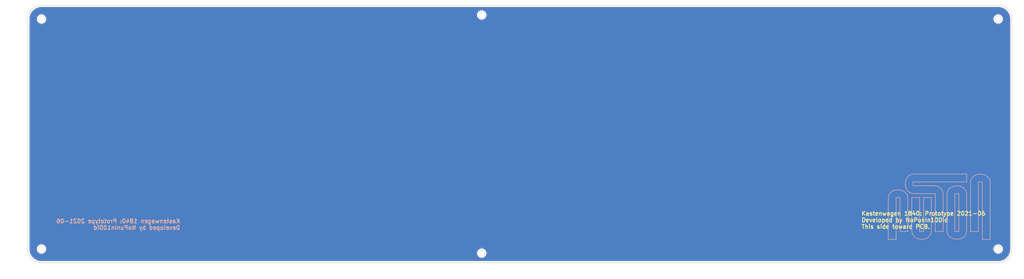
<source format=kicad_pcb>
(kicad_pcb (version 20171130) (host pcbnew "(5.1.9)-1")

  (general
    (thickness 1.6)
    (drawings 120)
    (tracks 0)
    (zones 0)
    (modules 0)
    (nets 1)
  )

  (page A4)
  (layers
    (0 F.Cu signal)
    (31 B.Cu signal)
    (32 B.Adhes user)
    (33 F.Adhes user)
    (34 B.Paste user)
    (35 F.Paste user)
    (36 B.SilkS user)
    (37 F.SilkS user)
    (38 B.Mask user)
    (39 F.Mask user)
    (40 Dwgs.User user)
    (41 Cmts.User user)
    (42 Eco1.User user)
    (43 Eco2.User user)
    (44 Edge.Cuts user)
    (45 Margin user)
    (46 B.CrtYd user)
    (47 F.CrtYd user)
    (48 B.Fab user)
    (49 F.Fab user)
  )

  (setup
    (last_trace_width 0.25)
    (trace_clearance 0.2)
    (zone_clearance 0.508)
    (zone_45_only no)
    (trace_min 0.2)
    (via_size 0.8)
    (via_drill 0.4)
    (via_min_size 0.4)
    (via_min_drill 0.3)
    (uvia_size 0.3)
    (uvia_drill 0.1)
    (uvias_allowed no)
    (uvia_min_size 0.2)
    (uvia_min_drill 0.1)
    (edge_width 0.2)
    (segment_width 0.2)
    (pcb_text_width 0.3)
    (pcb_text_size 1.5 1.5)
    (mod_edge_width 0.12)
    (mod_text_size 1 1)
    (mod_text_width 0.15)
    (pad_size 1.524 1.524)
    (pad_drill 0.762)
    (pad_to_mask_clearance 0)
    (aux_axis_origin 0 0)
    (visible_elements 7FFFFFFF)
    (pcbplotparams
      (layerselection 0x010f0_ffffffff)
      (usegerberextensions true)
      (usegerberattributes false)
      (usegerberadvancedattributes true)
      (creategerberjobfile false)
      (excludeedgelayer true)
      (linewidth 0.020000)
      (plotframeref false)
      (viasonmask false)
      (mode 1)
      (useauxorigin false)
      (hpglpennumber 1)
      (hpglpenspeed 20)
      (hpglpendiameter 15.000000)
      (psnegative false)
      (psa4output false)
      (plotreference true)
      (plotvalue true)
      (plotinvisibletext false)
      (padsonsilk false)
      (subtractmaskfromsilk false)
      (outputformat 1)
      (mirror false)
      (drillshape 0)
      (scaleselection 1)
      (outputdirectory "kastenwagen-1840-bottom-gerbers/"))
  )

  (net 0 "")

  (net_class Default "This is the default net class."
    (clearance 0.2)
    (trace_width 0.25)
    (via_dia 0.8)
    (via_drill 0.4)
    (uvia_dia 0.3)
    (uvia_drill 0.1)
  )

  (gr_circle (center 175.75 95.5) (end 176.55 95.5) (layer Dwgs.User) (width 0.15) (tstamp 60C3784B))
  (gr_circle (center 365.5 94) (end 366.3 94) (layer Dwgs.User) (width 0.15) (tstamp 60C3784A))
  (gr_circle (center 365.5 9.5) (end 366.3 9.5) (layer Dwgs.User) (width 0.15) (tstamp 60C37849))
  (gr_circle (center 14 94) (end 14.8 94) (layer Dwgs.User) (width 0.15) (tstamp 60C37848))
  (gr_circle (center 175.75 8) (end 176.55 8) (layer Dwgs.User) (width 0.15) (tstamp 60C37847))
  (gr_circle (center 14 9.5) (end 14.8 9.5) (layer Dwgs.User) (width 0.15) (tstamp 60C37846))
  (gr_arc (start 14 94) (end 9 94) (angle -90) (layer Edge.Cuts) (width 0.2) (tstamp 60C37845))
  (gr_arc (start 14 9.5) (end 14 4.5) (angle -90) (layer Edge.Cuts) (width 0.2) (tstamp 60C37844))
  (gr_line (start 9 94) (end 9 9.5) (layer Edge.Cuts) (width 0.2) (tstamp 60C37843))
  (gr_circle (center 365.5 94) (end 366.65 94) (layer Edge.Cuts) (width 0.15) (tstamp 60C37704))
  (gr_arc (start 365.5 94) (end 365.5 99) (angle -90) (layer Edge.Cuts) (width 0.2) (tstamp 60C37703))
  (gr_arc (start 360 88.5) (end 360 93.5) (angle -90) (layer Dwgs.User) (width 0.2) (tstamp 60C37702))
  (gr_arc (start 19.5 88.5) (end 14.5 88.5) (angle -90) (layer Dwgs.User) (width 0.2) (tstamp 60C37701))
  (gr_line (start 19.5 93.5) (end 360 93.5) (layer Dwgs.User) (width 0.2) (tstamp 60C37700))
  (gr_circle (center 175.75 8) (end 176.9 8) (layer Edge.Cuts) (width 0.15) (tstamp 60C376FF))
  (gr_line (start 19.5 10) (end 360 10) (layer Dwgs.User) (width 0.2) (tstamp 60C376FE))
  (gr_line (start 14 4.5) (end 365.5 4.5) (layer Edge.Cuts) (width 0.2) (tstamp 60C376FD))
  (gr_circle (center 365.5 9.5) (end 366.65 9.5) (layer Edge.Cuts) (width 0.15) (tstamp 60C376FB))
  (gr_arc (start 19.5 15) (end 19.5 10) (angle -90) (layer Dwgs.User) (width 0.2) (tstamp 60C376FA))
  (gr_circle (center 175.75 95.5) (end 176.9 95.5) (layer Edge.Cuts) (width 0.15) (tstamp 60C376F9))
  (gr_line (start 14.5 15) (end 14.5 88.5) (layer Dwgs.User) (width 0.2) (tstamp 60C376F8))
  (gr_arc (start 360 15) (end 365 15) (angle -90) (layer Dwgs.User) (width 0.2) (tstamp 60C376F7))
  (gr_line (start 365 15) (end 365 88.5) (layer Dwgs.User) (width 0.2) (tstamp 60C376F5))
  (gr_circle (center 14 9.5) (end 15.15 9.5) (layer Edge.Cuts) (width 0.15) (tstamp 60C376F3))
  (gr_circle (center 14 94) (end 15.15 94) (layer Edge.Cuts) (width 0.15) (tstamp 60C376F2))
  (gr_line (start 370.5 94) (end 370.5 9.5) (layer Edge.Cuts) (width 0.2) (tstamp 60C376F1))
  (gr_arc (start 365.5 9.5) (end 370.5 9.5) (angle -90) (layer Edge.Cuts) (width 0.2) (tstamp 60C376F0))
  (gr_line (start 14 99) (end 365.5 99) (layer Edge.Cuts) (width 0.2) (tstamp 60C376EF))
  (gr_text "Kastenwagen 1840: Prototype 2021-06\nDeveloped by NoPunIn10Did\nThis side toward PCB." (at 315.11875 83.34375) (layer F.SilkS) (tstamp 60BFBA46)
    (effects (font (size 1.5 1.5) (thickness 0.3)) (justify left))
  )
  (gr_text "Kastenwagen 1840: Prototype 2021-06\nDeveloped by NoPunIn10Did" (at 65.0875 84.93125) (layer B.SilkS)
    (effects (font (size 1.5 1.5) (thickness 0.3)) (justify left mirror))
  )
  (gr_line (start 350.30125 70.76002) (end 351.775 71.00752) (layer B.SilkS) (width 0.2))
  (gr_line (start 333.74125 75.08002) (end 333.74125 87.56002) (layer B.SilkS) (width 0.2))
  (gr_line (start 331.58875 68.56627) (end 332.24125 67.43002) (layer B.SilkS) (width 0.2))
  (gr_line (start 336.62125 75.08002) (end 333.74125 75.08002) (layer B.SilkS) (width 0.2))
  (gr_line (start 336.62125 87.56002) (end 336.62125 75.08002) (layer B.SilkS) (width 0.2))
  (gr_line (start 338.815 90.19252) (end 339.95125 89.54002) (layer B.SilkS) (width 0.2))
  (gr_line (start 335.8675 90.19252) (end 337.34125 90.44002) (layer B.SilkS) (width 0.2))
  (gr_line (start 338.06125 87.56002) (end 336.62125 87.56002) (layer B.SilkS) (width 0.2))
  (gr_line (start 334 88.61752) (end 334.73125 89.54002) (layer B.SilkS) (width 0.2))
  (gr_line (start 331.58875 71.51377) (end 331.34125 70.04002) (layer B.SilkS) (width 0.2))
  (gr_line (start 332.24125 72.65002) (end 331.58875 71.51377) (layer B.SilkS) (width 0.2))
  (gr_line (start 340.94125 75.08002) (end 338.06125 75.08002) (layer B.SilkS) (width 0.2))
  (gr_line (start 334.73125 89.54002) (end 335.8675 90.19252) (layer B.SilkS) (width 0.2))
  (gr_line (start 334.22125 66.44002) (end 353.90125 66.44002) (layer B.SilkS) (width 0.2))
  (gr_line (start 342.38125 73.64002) (end 334.22125 73.64002) (layer B.SilkS) (width 0.2))
  (gr_line (start 339.95125 89.54002) (end 340.6825 88.61752) (layer B.SilkS) (width 0.2))
  (gr_line (start 337.34125 90.44002) (end 338.815 90.19252) (layer B.SilkS) (width 0.2))
  (gr_line (start 333.74125 87.56002) (end 334 88.61752) (layer B.SilkS) (width 0.2))
  (gr_line (start 334.22125 73.64002) (end 333.16375 73.38127) (layer B.SilkS) (width 0.2))
  (gr_line (start 353.90125 87.56002) (end 353.6425 88.61752) (layer B.SilkS) (width 0.2))
  (gr_line (start 353.90125 73.64002) (end 353.90125 87.56002) (layer B.SilkS) (width 0.2))
  (gr_line (start 352.91125 71.66002) (end 353.6425 72.58252) (layer B.SilkS) (width 0.2))
  (gr_line (start 333.16375 73.38127) (end 332.24125 72.65002) (layer B.SilkS) (width 0.2))
  (gr_line (start 353.6425 72.58252) (end 353.90125 73.64002) (layer B.SilkS) (width 0.2))
  (gr_line (start 351.775 71.00752) (end 352.91125 71.66002) (layer B.SilkS) (width 0.2))
  (gr_line (start 340.6825 88.61752) (end 340.94125 87.56002) (layer B.SilkS) (width 0.2))
  (gr_line (start 333.16375 66.69877) (end 334.22125 66.44002) (layer B.SilkS) (width 0.2))
  (gr_line (start 338.06125 75.08002) (end 338.06125 87.56002) (layer B.SilkS) (width 0.2))
  (gr_line (start 340.94125 87.56002) (end 340.94125 75.08002) (layer B.SilkS) (width 0.2))
  (gr_line (start 345.26125 87.56002) (end 342.38125 87.56002) (layer B.SilkS) (width 0.2))
  (gr_line (start 332.24125 67.43002) (end 333.16375 66.69877) (layer B.SilkS) (width 0.2))
  (gr_line (start 342.38125 87.56002) (end 342.38125 73.64002) (layer B.SilkS) (width 0.2))
  (gr_line (start 331.34125 70.04002) (end 331.58875 68.56627) (layer B.SilkS) (width 0.2))
  (gr_line (start 345.26125 73.64002) (end 345.26125 87.56002) (layer B.SilkS) (width 0.2))
  (gr_line (start 350.30125 90.44002) (end 348.8275 90.19252) (layer B.SilkS) (width 0.2))
  (gr_line (start 362.2825 68.26252) (end 362.54125 69.32002) (layer B.SilkS) (width 0.2))
  (gr_line (start 351.02125 87.56002) (end 351.02125 73.64002) (layer B.SilkS) (width 0.2))
  (gr_line (start 351.02125 73.64002) (end 349.58125 73.64002) (layer B.SilkS) (width 0.2))
  (gr_line (start 361.55125 67.34002) (end 362.2825 68.26252) (layer B.SilkS) (width 0.2))
  (gr_line (start 360.415 66.68752) (end 361.55125 67.34002) (layer B.SilkS) (width 0.2))
  (gr_line (start 358.94125 66.44002) (end 360.415 66.68752) (layer B.SilkS) (width 0.2))
  (gr_line (start 348.8275 71.00752) (end 350.30125 70.76002) (layer B.SilkS) (width 0.2))
  (gr_line (start 347.69125 89.54002) (end 346.96 88.61752) (layer B.SilkS) (width 0.2))
  (gr_line (start 346.70125 73.64002) (end 346.96 72.58252) (layer B.SilkS) (width 0.2))
  (gr_line (start 346.96 88.61752) (end 346.70125 87.56002) (layer B.SilkS) (width 0.2))
  (gr_line (start 351.775 90.19252) (end 350.30125 90.44002) (layer B.SilkS) (width 0.2))
  (gr_line (start 353.6425 88.61752) (end 352.91125 89.54002) (layer B.SilkS) (width 0.2))
  (gr_line (start 352.91125 89.54002) (end 351.775 90.19252) (layer B.SilkS) (width 0.2))
  (gr_line (start 346.96 72.58252) (end 347.69125 71.66002) (layer B.SilkS) (width 0.2))
  (gr_line (start 346.70125 87.56002) (end 346.70125 73.64002) (layer B.SilkS) (width 0.2))
  (gr_line (start 348.8275 90.19252) (end 347.69125 89.54002) (layer B.SilkS) (width 0.2))
  (gr_line (start 347.69125 71.66002) (end 348.8275 71.00752) (layer B.SilkS) (width 0.2))
  (gr_line (start 350.30125 70.76002) (end 350.30125 70.76002) (layer B.SilkS) (width 0.2))
  (gr_line (start 349.58125 87.56002) (end 351.02125 87.56002) (layer B.SilkS) (width 0.2))
  (gr_line (start 349.58125 73.64002) (end 349.58125 87.56002) (layer B.SilkS) (width 0.2))
  (gr_line (start 328.70125 72.20002) (end 330.175 72.44752) (layer B.SilkS) (width 0.2))
  (gr_line (start 327.2275 72.44752) (end 328.70125 72.20002) (layer B.SilkS) (width 0.2))
  (gr_line (start 325.10125 90.44002) (end 325.10125 75.08002) (layer B.SilkS) (width 0.2))
  (gr_line (start 330.175 72.44752) (end 331.31125 73.10002) (layer B.SilkS) (width 0.2))
  (gr_line (start 332.0425 74.02252) (end 332.30125 75.08002) (layer B.SilkS) (width 0.2))
  (gr_line (start 327.98125 90.44002) (end 325.10125 90.44002) (layer B.SilkS) (width 0.2))
  (gr_line (start 332.30125 87.56002) (end 329.42125 87.56002) (layer B.SilkS) (width 0.2))
  (gr_line (start 329.42125 75.08002) (end 327.98125 75.08002) (layer B.SilkS) (width 0.2))
  (gr_line (start 326.09125 73.10002) (end 327.2275 72.44752) (layer B.SilkS) (width 0.2))
  (gr_line (start 329.42125 87.56002) (end 329.42125 75.08002) (layer B.SilkS) (width 0.2))
  (gr_line (start 332.30125 75.08002) (end 332.30125 87.56002) (layer B.SilkS) (width 0.2))
  (gr_line (start 331.31125 73.10002) (end 332.0425 74.02252) (layer B.SilkS) (width 0.2))
  (gr_line (start 327.98125 75.08002) (end 327.98125 90.44002) (layer B.SilkS) (width 0.2))
  (gr_line (start 345.01375 72.58252) (end 345.26125 73.64002) (layer B.SilkS) (width 0.2))
  (gr_line (start 344.36125 71.66002) (end 345.01375 72.58252) (layer B.SilkS) (width 0.2))
  (gr_line (start 334.22125 70.76002) (end 342.38125 70.76002) (layer B.SilkS) (width 0.2))
  (gr_line (start 353.90125 69.32002) (end 334.22125 69.32002) (layer B.SilkS) (width 0.2))
  (gr_line (start 343.43875 71.00752) (end 344.36125 71.66002) (layer B.SilkS) (width 0.2))
  (gr_line (start 342.38125 70.76002) (end 343.43875 71.00752) (layer B.SilkS) (width 0.2))
  (gr_line (start 334.22125 69.32002) (end 334.22125 70.76002) (layer B.SilkS) (width 0.2))
  (gr_line (start 353.90125 66.44002) (end 353.90125 69.32002) (layer B.SilkS) (width 0.2))
  (gr_line (start 359.66125 90.44002) (end 359.66125 69.31992) (layer B.SilkS) (width 0.2))
  (gr_line (start 355.34125 69.32) (end 355.6 68.2625) (layer B.SilkS) (width 0.2))
  (gr_line (start 355.34131 87.56) (end 355.34125 69.32) (layer B.SilkS) (width 0.2))
  (gr_line (start 358.22125 69.32) (end 358.22125 87.56) (layer B.SilkS) (width 0.2))
  (gr_line (start 358.22125 87.56) (end 355.34131 87.56) (layer B.SilkS) (width 0.2))
  (gr_line (start 325.359999 74.02252) (end 326.09125 73.10002) (layer B.SilkS) (width 0.2))
  (gr_line (start 359.66125 69.31992) (end 358.22125 69.32) (layer B.SilkS) (width 0.2))
  (gr_line (start 358.94125 66.44) (end 358.94125 66.44002) (layer B.SilkS) (width 0.2))
  (gr_line (start 357.4675 66.6875) (end 358.94125 66.44) (layer B.SilkS) (width 0.2))
  (gr_line (start 362.54125 90.44002) (end 359.66125 90.44002) (layer B.SilkS) (width 0.2))
  (gr_line (start 362.54125 69.32002) (end 362.54125 90.44002) (layer B.SilkS) (width 0.2))
  (gr_line (start 325.10125 75.08002) (end 325.359999 74.02252) (layer B.SilkS) (width 0.2))
  (gr_line (start 356.33125 67.34) (end 357.4675 66.6875) (layer B.SilkS) (width 0.2))
  (gr_line (start 355.6 68.2625) (end 356.33125 67.34) (layer B.SilkS) (width 0.2))

  (zone (net 0) (net_name "") (layer F.Cu) (tstamp 60C37A8E) (hatch edge 0.508)
    (connect_pads (clearance 0.508))
    (min_thickness 0.254)
    (fill yes (arc_segments 32) (thermal_gap 0.508) (thermal_bridge_width 0.508) (smoothing fillet))
    (polygon
      (pts
        (xy 375 105) (xy -1.25 105) (xy 0.25 2.5) (xy 375 2.5)
      )
    )
    (filled_polygon
      (pts
        (xy 366.254747 5.305281) (xy 366.985643 5.505231) (xy 367.669575 5.83145) (xy 368.284928 6.273626) (xy 368.812259 6.817789)
        (xy 369.234886 7.446726) (xy 369.539463 8.14057) (xy 369.717715 8.883039) (xy 369.765001 9.526963) (xy 369.765 93.967269)
        (xy 369.694719 94.754748) (xy 369.494769 95.485643) (xy 369.16855 96.169575) (xy 368.726374 96.784928) (xy 368.182211 97.312259)
        (xy 367.553274 97.734886) (xy 366.859429 98.039464) (xy 366.116961 98.217714) (xy 365.473051 98.265) (xy 14.032731 98.265)
        (xy 13.245252 98.194719) (xy 12.514357 97.994769) (xy 11.830425 97.66855) (xy 11.215072 97.226374) (xy 10.687741 96.682211)
        (xy 10.265114 96.053274) (xy 9.960536 95.359429) (xy 9.782286 94.616961) (xy 9.735 93.973051) (xy 9.735 93.815728)
        (xy 12.129053 93.815728) (xy 12.129053 94.184272) (xy 12.200952 94.545735) (xy 12.341988 94.886226) (xy 12.54674 95.192659)
        (xy 12.807341 95.45326) (xy 13.113774 95.658012) (xy 13.454265 95.799048) (xy 13.815728 95.870947) (xy 14.184272 95.870947)
        (xy 14.545735 95.799048) (xy 14.886226 95.658012) (xy 15.192659 95.45326) (xy 15.330191 95.315728) (xy 173.879053 95.315728)
        (xy 173.879053 95.684272) (xy 173.950952 96.045735) (xy 174.091988 96.386226) (xy 174.29674 96.692659) (xy 174.557341 96.95326)
        (xy 174.863774 97.158012) (xy 175.204265 97.299048) (xy 175.565728 97.370947) (xy 175.934272 97.370947) (xy 176.295735 97.299048)
        (xy 176.636226 97.158012) (xy 176.942659 96.95326) (xy 177.20326 96.692659) (xy 177.408012 96.386226) (xy 177.549048 96.045735)
        (xy 177.620947 95.684272) (xy 177.620947 95.315728) (xy 177.549048 94.954265) (xy 177.408012 94.613774) (xy 177.20326 94.307341)
        (xy 176.942659 94.04674) (xy 176.636226 93.841988) (xy 176.572829 93.815728) (xy 363.629053 93.815728) (xy 363.629053 94.184272)
        (xy 363.700952 94.545735) (xy 363.841988 94.886226) (xy 364.04674 95.192659) (xy 364.307341 95.45326) (xy 364.613774 95.658012)
        (xy 364.954265 95.799048) (xy 365.315728 95.870947) (xy 365.684272 95.870947) (xy 366.045735 95.799048) (xy 366.386226 95.658012)
        (xy 366.692659 95.45326) (xy 366.95326 95.192659) (xy 367.158012 94.886226) (xy 367.299048 94.545735) (xy 367.370947 94.184272)
        (xy 367.370947 93.815728) (xy 367.299048 93.454265) (xy 367.158012 93.113774) (xy 366.95326 92.807341) (xy 366.692659 92.54674)
        (xy 366.386226 92.341988) (xy 366.045735 92.200952) (xy 365.684272 92.129053) (xy 365.315728 92.129053) (xy 364.954265 92.200952)
        (xy 364.613774 92.341988) (xy 364.307341 92.54674) (xy 364.04674 92.807341) (xy 363.841988 93.113774) (xy 363.700952 93.454265)
        (xy 363.629053 93.815728) (xy 176.572829 93.815728) (xy 176.295735 93.700952) (xy 175.934272 93.629053) (xy 175.565728 93.629053)
        (xy 175.204265 93.700952) (xy 174.863774 93.841988) (xy 174.557341 94.04674) (xy 174.29674 94.307341) (xy 174.091988 94.613774)
        (xy 173.950952 94.954265) (xy 173.879053 95.315728) (xy 15.330191 95.315728) (xy 15.45326 95.192659) (xy 15.658012 94.886226)
        (xy 15.799048 94.545735) (xy 15.870947 94.184272) (xy 15.870947 93.815728) (xy 15.799048 93.454265) (xy 15.658012 93.113774)
        (xy 15.45326 92.807341) (xy 15.192659 92.54674) (xy 14.886226 92.341988) (xy 14.545735 92.200952) (xy 14.184272 92.129053)
        (xy 13.815728 92.129053) (xy 13.454265 92.200952) (xy 13.113774 92.341988) (xy 12.807341 92.54674) (xy 12.54674 92.807341)
        (xy 12.341988 93.113774) (xy 12.200952 93.454265) (xy 12.129053 93.815728) (xy 9.735 93.815728) (xy 9.735 9.532731)
        (xy 9.754367 9.315728) (xy 12.129053 9.315728) (xy 12.129053 9.684272) (xy 12.200952 10.045735) (xy 12.341988 10.386226)
        (xy 12.54674 10.692659) (xy 12.807341 10.95326) (xy 13.113774 11.158012) (xy 13.454265 11.299048) (xy 13.815728 11.370947)
        (xy 14.184272 11.370947) (xy 14.545735 11.299048) (xy 14.886226 11.158012) (xy 15.192659 10.95326) (xy 15.45326 10.692659)
        (xy 15.658012 10.386226) (xy 15.799048 10.045735) (xy 15.870947 9.684272) (xy 15.870947 9.315728) (xy 15.799048 8.954265)
        (xy 15.658012 8.613774) (xy 15.45326 8.307341) (xy 15.192659 8.04674) (xy 14.886226 7.841988) (xy 14.822829 7.815728)
        (xy 173.879053 7.815728) (xy 173.879053 8.184272) (xy 173.950952 8.545735) (xy 174.091988 8.886226) (xy 174.29674 9.192659)
        (xy 174.557341 9.45326) (xy 174.863774 9.658012) (xy 175.204265 9.799048) (xy 175.565728 9.870947) (xy 175.934272 9.870947)
        (xy 176.295735 9.799048) (xy 176.636226 9.658012) (xy 176.942659 9.45326) (xy 177.080191 9.315728) (xy 363.629053 9.315728)
        (xy 363.629053 9.684272) (xy 363.700952 10.045735) (xy 363.841988 10.386226) (xy 364.04674 10.692659) (xy 364.307341 10.95326)
        (xy 364.613774 11.158012) (xy 364.954265 11.299048) (xy 365.315728 11.370947) (xy 365.684272 11.370947) (xy 366.045735 11.299048)
        (xy 366.386226 11.158012) (xy 366.692659 10.95326) (xy 366.95326 10.692659) (xy 367.158012 10.386226) (xy 367.299048 10.045735)
        (xy 367.370947 9.684272) (xy 367.370947 9.315728) (xy 367.299048 8.954265) (xy 367.158012 8.613774) (xy 366.95326 8.307341)
        (xy 366.692659 8.04674) (xy 366.386226 7.841988) (xy 366.045735 7.700952) (xy 365.684272 7.629053) (xy 365.315728 7.629053)
        (xy 364.954265 7.700952) (xy 364.613774 7.841988) (xy 364.307341 8.04674) (xy 364.04674 8.307341) (xy 363.841988 8.613774)
        (xy 363.700952 8.954265) (xy 363.629053 9.315728) (xy 177.080191 9.315728) (xy 177.20326 9.192659) (xy 177.408012 8.886226)
        (xy 177.549048 8.545735) (xy 177.620947 8.184272) (xy 177.620947 7.815728) (xy 177.549048 7.454265) (xy 177.408012 7.113774)
        (xy 177.20326 6.807341) (xy 176.942659 6.54674) (xy 176.636226 6.341988) (xy 176.295735 6.200952) (xy 175.934272 6.129053)
        (xy 175.565728 6.129053) (xy 175.204265 6.200952) (xy 174.863774 6.341988) (xy 174.557341 6.54674) (xy 174.29674 6.807341)
        (xy 174.091988 7.113774) (xy 173.950952 7.454265) (xy 173.879053 7.815728) (xy 14.822829 7.815728) (xy 14.545735 7.700952)
        (xy 14.184272 7.629053) (xy 13.815728 7.629053) (xy 13.454265 7.700952) (xy 13.113774 7.841988) (xy 12.807341 8.04674)
        (xy 12.54674 8.307341) (xy 12.341988 8.613774) (xy 12.200952 8.954265) (xy 12.129053 9.315728) (xy 9.754367 9.315728)
        (xy 9.805281 8.745253) (xy 10.005231 8.014357) (xy 10.33145 7.330425) (xy 10.773626 6.715072) (xy 11.317789 6.187741)
        (xy 11.946726 5.765114) (xy 12.64057 5.460537) (xy 13.383039 5.282285) (xy 14.026949 5.235) (xy 365.467269 5.235)
      )
    )
  )
  (zone (net 0) (net_name "") (layer B.Cu) (tstamp 60C37658) (hatch edge 0.508)
    (connect_pads (clearance 0.508))
    (min_thickness 0.254)
    (fill yes (arc_segments 32) (thermal_gap 0.508) (thermal_bridge_width 0.508) (smoothing fillet))
    (polygon
      (pts
        (xy 375 105) (xy -1.25 105) (xy 0.25 2.5) (xy 375 2.5)
      )
    )
    (filled_polygon
      (pts
        (xy 366.254747 5.305281) (xy 366.985643 5.505231) (xy 367.669575 5.83145) (xy 368.284928 6.273626) (xy 368.812259 6.817789)
        (xy 369.234886 7.446726) (xy 369.539463 8.14057) (xy 369.717715 8.883039) (xy 369.765001 9.526963) (xy 369.765 93.967269)
        (xy 369.694719 94.754748) (xy 369.494769 95.485643) (xy 369.16855 96.169575) (xy 368.726374 96.784928) (xy 368.182211 97.312259)
        (xy 367.553274 97.734886) (xy 366.859429 98.039464) (xy 366.116961 98.217714) (xy 365.473051 98.265) (xy 14.032731 98.265)
        (xy 13.245252 98.194719) (xy 12.514357 97.994769) (xy 11.830425 97.66855) (xy 11.215072 97.226374) (xy 10.687741 96.682211)
        (xy 10.265114 96.053274) (xy 9.960536 95.359429) (xy 9.782286 94.616961) (xy 9.735 93.973051) (xy 9.735 93.815728)
        (xy 12.129053 93.815728) (xy 12.129053 94.184272) (xy 12.200952 94.545735) (xy 12.341988 94.886226) (xy 12.54674 95.192659)
        (xy 12.807341 95.45326) (xy 13.113774 95.658012) (xy 13.454265 95.799048) (xy 13.815728 95.870947) (xy 14.184272 95.870947)
        (xy 14.545735 95.799048) (xy 14.886226 95.658012) (xy 15.192659 95.45326) (xy 15.330191 95.315728) (xy 173.879053 95.315728)
        (xy 173.879053 95.684272) (xy 173.950952 96.045735) (xy 174.091988 96.386226) (xy 174.29674 96.692659) (xy 174.557341 96.95326)
        (xy 174.863774 97.158012) (xy 175.204265 97.299048) (xy 175.565728 97.370947) (xy 175.934272 97.370947) (xy 176.295735 97.299048)
        (xy 176.636226 97.158012) (xy 176.942659 96.95326) (xy 177.20326 96.692659) (xy 177.408012 96.386226) (xy 177.549048 96.045735)
        (xy 177.620947 95.684272) (xy 177.620947 95.315728) (xy 177.549048 94.954265) (xy 177.408012 94.613774) (xy 177.20326 94.307341)
        (xy 176.942659 94.04674) (xy 176.636226 93.841988) (xy 176.572829 93.815728) (xy 363.629053 93.815728) (xy 363.629053 94.184272)
        (xy 363.700952 94.545735) (xy 363.841988 94.886226) (xy 364.04674 95.192659) (xy 364.307341 95.45326) (xy 364.613774 95.658012)
        (xy 364.954265 95.799048) (xy 365.315728 95.870947) (xy 365.684272 95.870947) (xy 366.045735 95.799048) (xy 366.386226 95.658012)
        (xy 366.692659 95.45326) (xy 366.95326 95.192659) (xy 367.158012 94.886226) (xy 367.299048 94.545735) (xy 367.370947 94.184272)
        (xy 367.370947 93.815728) (xy 367.299048 93.454265) (xy 367.158012 93.113774) (xy 366.95326 92.807341) (xy 366.692659 92.54674)
        (xy 366.386226 92.341988) (xy 366.045735 92.200952) (xy 365.684272 92.129053) (xy 365.315728 92.129053) (xy 364.954265 92.200952)
        (xy 364.613774 92.341988) (xy 364.307341 92.54674) (xy 364.04674 92.807341) (xy 363.841988 93.113774) (xy 363.700952 93.454265)
        (xy 363.629053 93.815728) (xy 176.572829 93.815728) (xy 176.295735 93.700952) (xy 175.934272 93.629053) (xy 175.565728 93.629053)
        (xy 175.204265 93.700952) (xy 174.863774 93.841988) (xy 174.557341 94.04674) (xy 174.29674 94.307341) (xy 174.091988 94.613774)
        (xy 173.950952 94.954265) (xy 173.879053 95.315728) (xy 15.330191 95.315728) (xy 15.45326 95.192659) (xy 15.658012 94.886226)
        (xy 15.799048 94.545735) (xy 15.870947 94.184272) (xy 15.870947 93.815728) (xy 15.799048 93.454265) (xy 15.658012 93.113774)
        (xy 15.45326 92.807341) (xy 15.192659 92.54674) (xy 14.886226 92.341988) (xy 14.545735 92.200952) (xy 14.184272 92.129053)
        (xy 13.815728 92.129053) (xy 13.454265 92.200952) (xy 13.113774 92.341988) (xy 12.807341 92.54674) (xy 12.54674 92.807341)
        (xy 12.341988 93.113774) (xy 12.200952 93.454265) (xy 12.129053 93.815728) (xy 9.735 93.815728) (xy 9.735 9.532731)
        (xy 9.754367 9.315728) (xy 12.129053 9.315728) (xy 12.129053 9.684272) (xy 12.200952 10.045735) (xy 12.341988 10.386226)
        (xy 12.54674 10.692659) (xy 12.807341 10.95326) (xy 13.113774 11.158012) (xy 13.454265 11.299048) (xy 13.815728 11.370947)
        (xy 14.184272 11.370947) (xy 14.545735 11.299048) (xy 14.886226 11.158012) (xy 15.192659 10.95326) (xy 15.45326 10.692659)
        (xy 15.658012 10.386226) (xy 15.799048 10.045735) (xy 15.870947 9.684272) (xy 15.870947 9.315728) (xy 15.799048 8.954265)
        (xy 15.658012 8.613774) (xy 15.45326 8.307341) (xy 15.192659 8.04674) (xy 14.886226 7.841988) (xy 14.822829 7.815728)
        (xy 173.879053 7.815728) (xy 173.879053 8.184272) (xy 173.950952 8.545735) (xy 174.091988 8.886226) (xy 174.29674 9.192659)
        (xy 174.557341 9.45326) (xy 174.863774 9.658012) (xy 175.204265 9.799048) (xy 175.565728 9.870947) (xy 175.934272 9.870947)
        (xy 176.295735 9.799048) (xy 176.636226 9.658012) (xy 176.942659 9.45326) (xy 177.080191 9.315728) (xy 363.629053 9.315728)
        (xy 363.629053 9.684272) (xy 363.700952 10.045735) (xy 363.841988 10.386226) (xy 364.04674 10.692659) (xy 364.307341 10.95326)
        (xy 364.613774 11.158012) (xy 364.954265 11.299048) (xy 365.315728 11.370947) (xy 365.684272 11.370947) (xy 366.045735 11.299048)
        (xy 366.386226 11.158012) (xy 366.692659 10.95326) (xy 366.95326 10.692659) (xy 367.158012 10.386226) (xy 367.299048 10.045735)
        (xy 367.370947 9.684272) (xy 367.370947 9.315728) (xy 367.299048 8.954265) (xy 367.158012 8.613774) (xy 366.95326 8.307341)
        (xy 366.692659 8.04674) (xy 366.386226 7.841988) (xy 366.045735 7.700952) (xy 365.684272 7.629053) (xy 365.315728 7.629053)
        (xy 364.954265 7.700952) (xy 364.613774 7.841988) (xy 364.307341 8.04674) (xy 364.04674 8.307341) (xy 363.841988 8.613774)
        (xy 363.700952 8.954265) (xy 363.629053 9.315728) (xy 177.080191 9.315728) (xy 177.20326 9.192659) (xy 177.408012 8.886226)
        (xy 177.549048 8.545735) (xy 177.620947 8.184272) (xy 177.620947 7.815728) (xy 177.549048 7.454265) (xy 177.408012 7.113774)
        (xy 177.20326 6.807341) (xy 176.942659 6.54674) (xy 176.636226 6.341988) (xy 176.295735 6.200952) (xy 175.934272 6.129053)
        (xy 175.565728 6.129053) (xy 175.204265 6.200952) (xy 174.863774 6.341988) (xy 174.557341 6.54674) (xy 174.29674 6.807341)
        (xy 174.091988 7.113774) (xy 173.950952 7.454265) (xy 173.879053 7.815728) (xy 14.822829 7.815728) (xy 14.545735 7.700952)
        (xy 14.184272 7.629053) (xy 13.815728 7.629053) (xy 13.454265 7.700952) (xy 13.113774 7.841988) (xy 12.807341 8.04674)
        (xy 12.54674 8.307341) (xy 12.341988 8.613774) (xy 12.200952 8.954265) (xy 12.129053 9.315728) (xy 9.754367 9.315728)
        (xy 9.805281 8.745253) (xy 10.005231 8.014357) (xy 10.33145 7.330425) (xy 10.773626 6.715072) (xy 11.317789 6.187741)
        (xy 11.946726 5.765114) (xy 12.64057 5.460537) (xy 13.383039 5.282285) (xy 14.026949 5.235) (xy 365.467269 5.235)
      )
    )
  )
)

</source>
